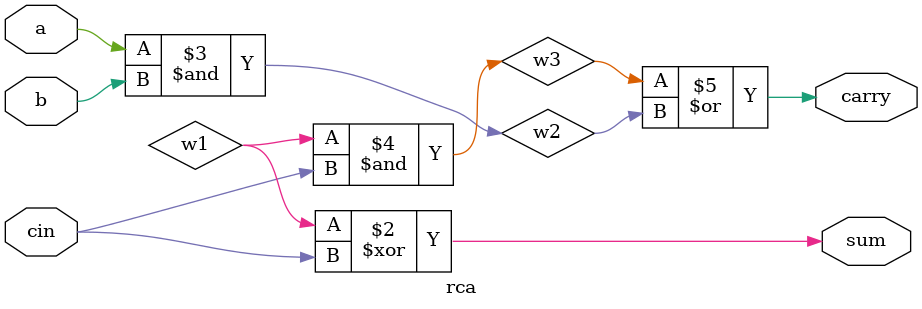
<source format=v>
module rca(a,b,cin,sum,carry);
input a,b,cin;
output sum,carry;
wire w1,w2,w3;
xor g1(w,a,b);
xor g2(sum,w1,cin);
and g3(w2,a,b);
and g4(w3,w1,cin);
or g5(carry,w3,w2);
endmodule
module ripplecarry(a,b,cin,sum,carry);
input [3:0]a,b;
input cin;
output [3:0]sum,carry;
wire c1,c2,c3;
rca g1(.a(a[0]),.b(b[0]),.cin(cin),.s(sum[0]),.carry(c1));
rca g2(.a(a[1]),.b(b[1]),.cin(c1),.s(sum[1]),.carry(c2));
rca g3(.a(a[2]),.b(b[2]),.cin(c2),.s(sum[2]),.carry(c3));
rca g4(.a(a[3]),.b(b[3]),.cin(c3),.s(sum[3]),.carry(cout));
endmodule

</source>
